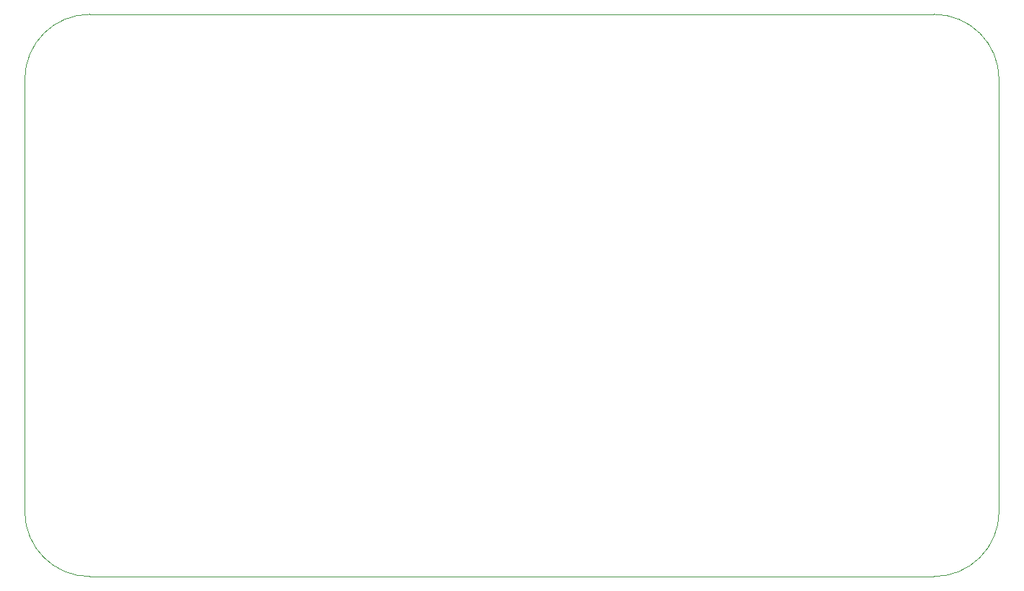
<source format=gbr>
%TF.GenerationSoftware,KiCad,Pcbnew,(6.0.7)*%
%TF.CreationDate,2022-10-09T18:36:03+08:00*%
%TF.ProjectId,DynamicX_1,44796e61-6d69-4635-985f-312e6b696361,rev?*%
%TF.SameCoordinates,Original*%
%TF.FileFunction,Profile,NP*%
%FSLAX46Y46*%
G04 Gerber Fmt 4.6, Leading zero omitted, Abs format (unit mm)*
G04 Created by KiCad (PCBNEW (6.0.7)) date 2022-10-09 18:36:03*
%MOMM*%
%LPD*%
G01*
G04 APERTURE LIST*
%TA.AperFunction,Profile*%
%ADD10C,0.100000*%
%TD*%
G04 APERTURE END LIST*
D10*
X68580000Y-99060000D02*
G75*
G03*
X76200000Y-106680000I7620000J0D01*
G01*
X76200000Y-106680000D02*
X175260000Y-106680000D01*
X182880000Y-99060000D02*
X182880000Y-48260000D01*
X68580000Y-48260000D02*
X68580000Y-48260000D01*
X175260000Y-40640000D02*
X76200000Y-40640000D01*
X68580000Y-48260000D02*
X68580000Y-99060000D01*
X182880000Y-48260000D02*
G75*
G03*
X175260000Y-40640000I-7620000J0D01*
G01*
X76200000Y-40640000D02*
G75*
G03*
X68580000Y-48260000I0J-7620000D01*
G01*
X175260000Y-106680000D02*
G75*
G03*
X182880000Y-99060000I0J7620000D01*
G01*
M02*

</source>
